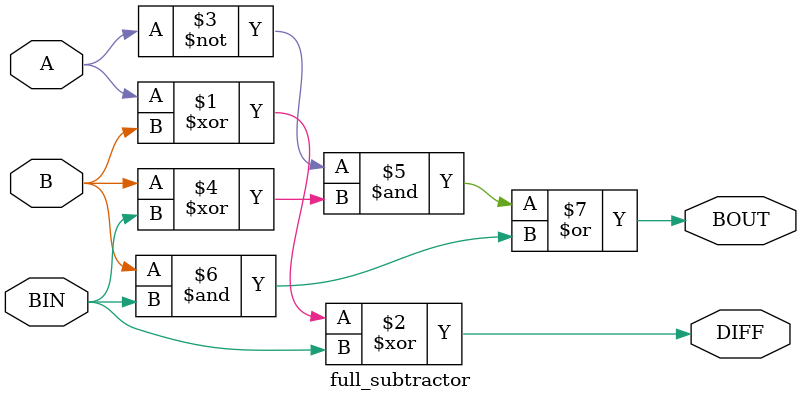
<source format=v>
`timescale 1ns / 1ps

module full_subtractor(
    input A,
    input B,
    input BIN,
    output DIFF,
    output BOUT
    );
    assign DIFF = A ^ B ^ BIN;
    assign BOUT = ~A & (B^BIN) | B & BIN;
endmodule

</source>
